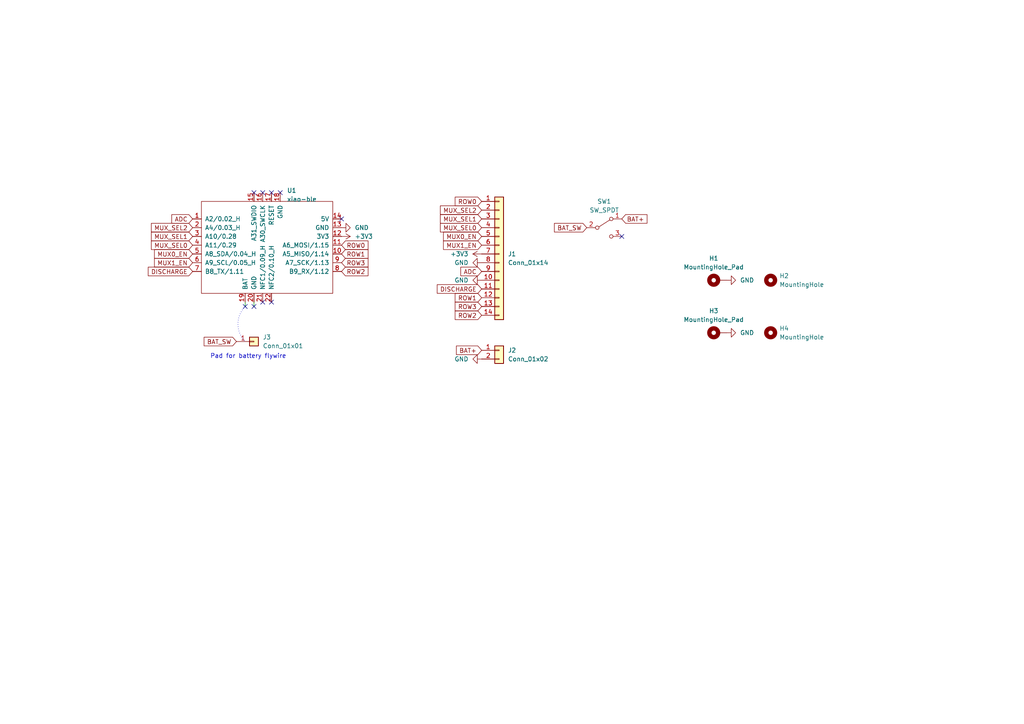
<source format=kicad_sch>
(kicad_sch (version 20230121) (generator eeschema)
  (paper "A4")
  (lib_symbols
    (symbol "Connector_Generic:Conn_01x01" (pin_names (offset 1.016) hide)
      (property "Reference" "J" (at 0 2.54 0))
      (property "Value" "Conn_01x01" (at 0 -2.54 0))
      (symbol "Conn_01x01_1_1"
        (rectangle (start -1.27 0.127) (end 0 -0.127) (stroke (width 0.1524)))
        (rectangle (start -1.27 1.27) (end 1.27 -1.27) (stroke (width 0.254)) (fill (type background)))
        (pin passive line (at -5.08 0 0) (length 3.81) (name "Pin_1") (number "1"))
      )
    )
    (symbol "Connector_Generic:Conn_01x02" (pin_names (offset 1.016) hide)
      (property "Reference" "J" (at 0 2.54 0))
      (property "Value" "Conn_01x02" (at 0 -5.08 0))
      (symbol "Conn_01x02_1_1"
        (rectangle (start -1.27 -2.413) (end 0 -2.667) (stroke (width 0.1524)))
        (rectangle (start -1.27 0.127) (end 0 -0.127) (stroke (width 0.1524)))
        (rectangle (start -1.27 1.27) (end 1.27 -3.81) (stroke (width 0.254)) (fill (type background)))
        (pin passive line (at -5.08 0 0) (length 3.81) (name "Pin_1") (number "1"))
        (pin passive line (at -5.08 -2.54 0) (length 3.81) (name "Pin_2") (number "2"))
      )
    )
    (symbol "Connector_Generic:Conn_01x14" (pin_names (offset 1.016) hide)
      (property "Reference" "J" (at 0 17.78 0))
      (property "Value" "Conn_01x14" (at 0 -20.32 0))
      (symbol "Conn_01x14_1_1"
        (rectangle (start -1.27 -17.653) (end 0 -17.907) (stroke (width 0.1524)))
        (rectangle (start -1.27 -15.113) (end 0 -15.367) (stroke (width 0.1524)))
        (rectangle (start -1.27 -12.573) (end 0 -12.827) (stroke (width 0.1524)))
        (rectangle (start -1.27 -10.033) (end 0 -10.287) (stroke (width 0.1524)))
        (rectangle (start -1.27 -7.493) (end 0 -7.747) (stroke (width 0.1524)))
        (rectangle (start -1.27 -4.953) (end 0 -5.207) (stroke (width 0.1524)))
        (rectangle (start -1.27 -2.413) (end 0 -2.667) (stroke (width 0.1524)))
        (rectangle (start -1.27 0.127) (end 0 -0.127) (stroke (width 0.1524)))
        (rectangle (start -1.27 2.667) (end 0 2.413) (stroke (width 0.1524)))
        (rectangle (start -1.27 5.207) (end 0 4.953) (stroke (width 0.1524)))
        (rectangle (start -1.27 7.747) (end 0 7.493) (stroke (width 0.1524)))
        (rectangle (start -1.27 10.287) (end 0 10.033) (stroke (width 0.1524)))
        (rectangle (start -1.27 12.827) (end 0 12.573) (stroke (width 0.1524)))
        (rectangle (start -1.27 15.367) (end 0 15.113) (stroke (width 0.1524)))
        (rectangle (start -1.27 16.51) (end 1.27 -19.05) (stroke (width 0.254)) (fill (type background)))
        (pin passive line (at -5.08 15.24 0) (length 3.81) (name "Pin_1") (number "1"))
        (pin passive line (at -5.08 -7.62 0) (length 3.81) (name "Pin_10") (number "10"))
        (pin passive line (at -5.08 -10.16 0) (length 3.81) (name "Pin_11") (number "11"))
        (pin passive line (at -5.08 -12.7 0) (length 3.81) (name "Pin_12") (number "12"))
        (pin passive line (at -5.08 -15.24 0) (length 3.81) (name "Pin_13") (number "13"))
        (pin passive line (at -5.08 -17.78 0) (length 3.81) (name "Pin_14") (number "14"))
        (pin passive line (at -5.08 12.7 0) (length 3.81) (name "Pin_2") (number "2"))
        (pin passive line (at -5.08 10.16 0) (length 3.81) (name "Pin_3") (number "3"))
        (pin passive line (at -5.08 7.62 0) (length 3.81) (name "Pin_4") (number "4"))
        (pin passive line (at -5.08 5.08 0) (length 3.81) (name "Pin_5") (number "5"))
        (pin passive line (at -5.08 2.54 0) (length 3.81) (name "Pin_6") (number "6"))
        (pin passive line (at -5.08 0 0) (length 3.81) (name "Pin_7") (number "7"))
        (pin passive line (at -5.08 -2.54 0) (length 3.81) (name "Pin_8") (number "8"))
        (pin passive line (at -5.08 -5.08 0) (length 3.81) (name "Pin_9") (number "9"))
      )
    )
    (symbol "Mechanical:MountingHole" (pin_names (offset 1.016))
      (property "Reference" "H" (at 0 5.08 0))
      (property "Value" "MountingHole" (at 0 3.175 0))
      (symbol "MountingHole_0_1"
        (circle (center 0 0) (radius 1.27) (stroke (width 1.27)))
      )
    )
    (symbol "Mechanical:MountingHole_Pad" (pin_numbers hide) (pin_names (offset 1.016) hide)
      (property "Reference" "H" (at 0 6.35 0))
      (property "Value" "MountingHole_Pad" (at 0 4.445 0))
      (symbol "MountingHole_Pad_0_1"
        (circle (center 0 1.27) (radius 1.27) (stroke (width 1.27)))
      )
      (symbol "MountingHole_Pad_1_1"
        (pin input line (at 0 -2.54 90) (length 2.54) (name "1") (number "1"))
      )
    )
    (symbol "Switch:SW_SPDT" (pin_names (offset 0) hide)
      (property "Reference" "SW" (at 0 4.318 0))
      (property "Value" "SW_SPDT" (at 0 -5.08 0))
      (symbol "SW_SPDT_0_0"
        (circle (center -2.032 0) (radius 0.508))
        (circle (center 2.032 -2.54) (radius 0.508))
      )
      (symbol "SW_SPDT_0_1"
        (polyline (pts (xy -1.524 0.254) (xy 1.651 2.286)))
        (circle (center 2.032 2.54) (radius 0.508))
      )
      (symbol "SW_SPDT_1_1"
        (pin passive line (at 5.08 2.54 180) (length 2.54) (name "A") (number "1"))
        (pin passive line (at -5.08 0 0) (length 2.54) (name "B") (number "2"))
        (pin passive line (at 5.08 -2.54 180) (length 2.54) (name "C") (number "3"))
      )
    )
    (symbol "mcu:xiao-ble" (pin_names (offset 1.016))
      (property "Reference" "U" (at -17.78 16.51 0))
      (property "Value" "xiao-ble" (at -15.24 13.97 0))
      (symbol "xiao-ble_0_1"
        (rectangle (start -19.05 12.7) (end 19.05 -13.97))
      )
      (symbol "xiao-ble_1_1"
        (pin bidirectional line (at -21.59 7.62 0) (length 2.54) (name "A2/0.02_H") (number "1"))
        (pin bidirectional line (at 21.59 -2.54 180) (length 2.54) (name "A5_MISO/1.14") (number "10"))
        (pin bidirectional line (at 21.59 0 180) (length 2.54) (name "A6_MOSI/1.15") (number "11"))
        (pin power_out line (at 21.59 2.54 180) (length 2.54) (name "3V3") (number "12"))
        (pin power_out line (at 21.59 5.08 180) (length 2.54) (name "GND") (number "13"))
        (pin power_out line (at 21.59 7.62 180) (length 2.54) (name "5V") (number "14"))
        (pin input line (at -3.81 15.24 270) (length 2.54) (name "A31_SWDIO") (number "15"))
        (pin input line (at -1.27 15.24 270) (length 2.54) (name "A30_SWCLK") (number "16"))
        (pin input line (at 1.27 15.24 270) (length 2.54) (name "RESET") (number "17"))
        (pin power_out line (at 3.81 15.24 270) (length 2.54) (name "GND") (number "18"))
        (pin bidirectional line (at -6.35 -16.51 90) (length 2.54) (name "BAT") (number "19"))
        (pin bidirectional line (at -21.59 5.08 0) (length 2.54) (name "A4/0.03_H") (number "2"))
        (pin power_out line (at -3.81 -16.51 90) (length 2.54) (name "GND") (number "20"))
        (pin bidirectional line (at -1.27 -16.51 90) (length 2.54) (name "NFC1/0.09_H") (number "21"))
        (pin bidirectional line (at 1.27 -16.51 90) (length 2.54) (name "NFC2/0.10_H") (number "22"))
        (pin bidirectional line (at -21.59 2.54 0) (length 2.54) (name "A10/0.28") (number "3"))
        (pin bidirectional line (at -21.59 0 0) (length 2.54) (name "A11/0.29") (number "4"))
        (pin bidirectional line (at -21.59 -2.54 0) (length 2.54) (name "A8_SDA/0.04_H") (number "5"))
        (pin bidirectional line (at -21.59 -5.08 0) (length 2.54) (name "A9_SCL/0.05_H") (number "6"))
        (pin bidirectional line (at -21.59 -7.62 0) (length 2.54) (name "B8_TX/1.11") (number "7"))
        (pin bidirectional line (at 21.59 -7.62 180) (length 2.54) (name "B9_RX/1.12") (number "8"))
        (pin bidirectional line (at 21.59 -5.08 180) (length 2.54) (name "A7_SCK/1.13") (number "9"))
      )
    )
    (symbol "power:+3V3" (power) (pin_names (offset 0))
      (property "Value" "+3V3" (at 0 3.556 0))
      (symbol "+3V3_0_1"
        (polyline (pts (xy -0.762 1.27) (xy 0 2.54)))
        (polyline (pts (xy 0 0) (xy 0 2.54)))
        (polyline (pts (xy 0 2.54) (xy 0.762 1.27)))
      )
      (symbol "+3V3_1_1"
        (pin power_in line (at 0 0 90) (length 0) hide (name "+3V3") (number "1"))
      )
    )
    (symbol "power:GND" (power) (pin_names (offset 0))
      (property "Value" "GND" (at 0 -3.81 0))
      (symbol "GND_0_1"
        (polyline (pts (xy 0 0) (xy 0 -1.27) (xy 1.27 -1.27) (xy 0 -2.54) (xy -1.27 -1.27) (xy 0 -1.27)))
      )
      (symbol "GND_1_1"
        (pin power_in line (at 0 0 270) (length 0) hide (name "GND") (number "1"))
      )
    )
  )
  (no_connect (at 81.28 55.88))
  (no_connect (at 73.66 88.9))
  (no_connect (at 78.74 87.63))
  (no_connect (at 78.74 55.88))
  (no_connect (at 99.06 63.5))
  (no_connect (at 76.2 55.88))
  (no_connect (at 71.12 88.9))
  (no_connect (at 76.2 87.63))
  (no_connect (at 180.34 68.58))
  (no_connect (at 73.66 55.88))
  (wire (pts (xy 71.12 88.9) (xy 71.12 87.63)))
  (wire (pts (xy 73.66 87.63) (xy 73.66 88.9)))
  (arc (start 71.12 99.06) (mid 69.0171 93.98) (end 71.12 88.9) (stroke (width 0) (type dot)))
  (text "Pad for battery flywire" (at 60.96 104.14 0) (effects (font (size 1.27 1.27)) (justify left bottom)))
  (global_label "ROW1" (shape input) (at 99.06 73.66 0) (property "Intersheetrefs" "${INTERSHEET_REFS}" (effects hide)))
  (global_label "MUX1_EN" (shape input) (at 139.7 71.12 180) (property "Intersheetrefs" "${INTERSHEET_REFS}" (effects hide)))
  (global_label "MUX_SEL2" (shape input) (at 55.88 66.04 180) (property "Intersheetrefs" "${INTERSHEET_REFS}" (effects hide)))
  (global_label "ROW2" (shape input) (at 139.7 91.44 180) (property "Intersheetrefs" "${INTERSHEET_REFS}" (effects hide)))
  (global_label "BAT+" (shape input) (at 180.34 63.5 0) (property "Intersheetrefs" "${INTERSHEET_REFS}" (effects hide)))
  (global_label "ROW1" (shape input) (at 139.7 86.36 180) (property "Intersheetrefs" "${INTERSHEET_REFS}" (effects hide)))
  (global_label "ROW0" (shape input) (at 139.7 58.42 180) (property "Intersheetrefs" "${INTERSHEET_REFS}" (effects hide)))
  (global_label "BAT_SW" (shape input) (at 68.58 99.06 180) (property "Intersheetrefs" "${INTERSHEET_REFS}" (effects hide)))
  (global_label "ROW2" (shape input) (at 99.06 78.74 0) (property "Intersheetrefs" "${INTERSHEET_REFS}" (effects hide)))
  (global_label "BAT_SW" (shape input) (at 170.18 66.04 180) (property "Intersheetrefs" "${INTERSHEET_REFS}" (effects hide)))
  (global_label "ADC" (shape input) (at 55.88 63.5 180) (property "Intersheetrefs" "${INTERSHEET_REFS}" (effects hide)))
  (global_label "ROW3" (shape input) (at 99.06 76.2 0) (property "Intersheetrefs" "${INTERSHEET_REFS}" (effects hide)))
  (global_label "DISCHARGE" (shape input) (at 55.88 78.74 180) (property "Intersheetrefs" "${INTERSHEET_REFS}" (effects hide)))
  (global_label "MUX_SEL0" (shape input) (at 139.7 66.04 180) (property "Intersheetrefs" "${INTERSHEET_REFS}" (effects hide)))
  (global_label "MUX_SEL2" (shape input) (at 139.7 60.96 180) (property "Intersheetrefs" "${INTERSHEET_REFS}" (effects hide)))
  (global_label "ADC" (shape input) (at 139.7 78.74 180) (property "Intersheetrefs" "${INTERSHEET_REFS}" (effects hide)))
  (global_label "MUX1_EN" (shape input) (at 55.88 76.2 180) (property "Intersheetrefs" "${INTERSHEET_REFS}" (effects hide)))
  (global_label "DISCHARGE" (shape input) (at 139.7 83.82 180) (property "Intersheetrefs" "${INTERSHEET_REFS}" (effects hide)))
  (global_label "MUX_SEL0" (shape input) (at 55.88 71.12 180) (property "Intersheetrefs" "${INTERSHEET_REFS}" (effects hide)))
  (global_label "MUX0_EN" (shape input) (at 139.7 68.58 180) (property "Intersheetrefs" "${INTERSHEET_REFS}" (effects hide)))
  (global_label "ROW0" (shape input) (at 99.06 71.12 0) (property "Intersheetrefs" "${INTERSHEET_REFS}" (effects hide)))
  (global_label "ROW3" (shape input) (at 139.7 88.9 180) (property "Intersheetrefs" "${INTERSHEET_REFS}" (effects hide)))
  (global_label "MUX_SEL1" (shape input) (at 55.88 68.58 180) (property "Intersheetrefs" "${INTERSHEET_REFS}" (effects hide)))
  (global_label "BAT+" (shape input) (at 139.7 101.6 180) (property "Intersheetrefs" "${INTERSHEET_REFS}" (effects hide)))
  (global_label "MUX_SEL1" (shape input) (at 139.7 63.5 180) (property "Intersheetrefs" "${INTERSHEET_REFS}" (effects hide)))
  (global_label "MUX0_EN" (shape input) (at 55.88 73.66 180) (property "Intersheetrefs" "${INTERSHEET_REFS}" (effects hide)))
  (symbol (lib_id "Mechanical:MountingHole_Pad") (at 208.28 96.52 90) (unit 1)
    (property "Reference" "H3" (at 207.01 90.17 90))
    (property "Value" "MountingHole_Pad" (at 207.01 92.71 90))
    (property "Footprint" "MountingHole:MountingHole_2.2mm_M2_Pad" (effects hide))
  )
  (symbol (lib_id "power:+3V3") (at 139.7 73.66 90) (unit 1)
    (property "Reference" "#PWR01" (effects hide))
    (property "Value" "+3V3" (at 135.89 73.66 90) (effects (justify left)))
  )
  (symbol (lib_id "Mechanical:MountingHole_Pad") (at 208.28 81.28 90) (unit 1)
    (property "Reference" "H1" (at 207.01 74.93 90))
    (property "Value" "MountingHole_Pad" (at 207.01 77.47 90))
    (property "Footprint" "MountingHole:MountingHole_2.2mm_M2_Pad" (effects hide))
  )
  (symbol (lib_id "power:GND") (at 139.7 76.2 270) (unit 1)
    (property "Reference" "#PWR02" (effects hide))
    (property "Value" "GND" (at 135.89 76.2 90) (effects (justify right)))
  )
  (symbol (lib_id "Mechanical:MountingHole") (at 223.52 81.28 0) (unit 1)
    (property "Reference" "H2" (at 226.06 80.01 0) (effects (justify left)))
    (property "Value" "MountingHole" (at 226.06 82.55 0) (effects (justify left)))
    (property "Footprint" "MountingHole:MountingHole_2.2mm_M2_DIN965" (effects hide))
  )
  (symbol (lib_id "power:+3V3") (at 99.06 68.58 270) (unit 1)
    (property "Reference" "#PWR04" (effects hide))
    (property "Value" "+3V3" (at 102.87 68.58 90) (effects (justify left)))
  )
  (symbol (lib_id "power:GND") (at 210.82 81.28 90) (unit 1)
    (property "Reference" "#PWR08" (effects hide))
    (property "Value" "GND" (at 214.63 81.28 90) (effects (justify right)))
  )
  (symbol (lib_id "mcu:xiao-ble") (at 77.47 71.12 0) (unit 1)
    (property "Reference" "U1" (at 83.2359 55.245 0) (effects (justify left)))
    (property "Value" "xiao-ble" (at 83.2359 57.785 0) (effects (justify left)))
    (property "Footprint" "mcu:xiao-ble-smd-reverse" (effects hide))
  )
  (symbol (lib_id "Connector_Generic:Conn_01x01") (at 73.66 99.06 0) (unit 1)
    (property "Reference" "J3" (at 76.2 97.79 0) (effects (justify left)))
    (property "Value" "Conn_01x01" (at 76.2 100.33 0) (effects (justify left)))
    (property "Footprint" "Connector_PinHeader_2.54mm:PinHeader_1x01_P2.54mm_Vertical" (effects hide))
  )
  (symbol (lib_id "power:GND") (at 99.06 66.04 90) (unit 1)
    (property "Reference" "#PWR05" (effects hide))
    (property "Value" "GND" (at 102.87 66.04 90) (effects (justify right)))
  )
  (symbol (lib_id "Mechanical:MountingHole") (at 223.52 96.52 0) (unit 1)
    (property "Reference" "H4" (at 226.06 95.25 0) (effects (justify left)))
    (property "Value" "MountingHole" (at 226.06 97.79 0) (effects (justify left)))
    (property "Footprint" "MountingHole:MountingHole_2.2mm_M2_DIN965" (effects hide))
  )
  (symbol (lib_id "power:GND") (at 210.82 96.52 90) (unit 1)
    (property "Reference" "#PWR09" (effects hide))
    (property "Value" "GND" (at 214.63 96.52 90) (effects (justify right)))
  )
  (symbol (lib_id "power:GND") (at 139.7 81.28 270) (unit 1)
    (property "Reference" "#PWR03" (effects hide))
    (property "Value" "GND" (at 135.89 81.28 90) (effects (justify right)))
  )
  (symbol (lib_id "Connector_Generic:Conn_01x14") (at 144.78 73.66 0) (unit 1)
    (property "Reference" "J1" (at 147.32 73.66 0) (effects (justify left)))
    (property "Value" "Conn_01x14" (at 147.32 76.2 0) (effects (justify left)))
    (property "Footprint" "Connector_FFC-FPC:Hirose_FH12-14S-0.5SH_1x14-1MP_P0.50mm_Horizontal" (effects hide))
  )
  (symbol (lib_id "power:GND") (at 139.7 104.14 270) (unit 1)
    (property "Reference" "#PWR06" (effects hide))
    (property "Value" "GND" (at 135.89 104.14 90) (effects (justify right)))
  )
  (symbol (lib_id "Connector_Generic:Conn_01x02") (at 144.78 101.6 0) (unit 1)
    (property "Reference" "J2" (at 147.32 101.6 0) (effects (justify left)))
    (property "Value" "Conn_01x02" (at 147.32 104.14 0) (effects (justify left)))
    (property "Footprint" "Connector_JST:JST_PH_S2B-PH-K_1x02_P2.00mm_Horizontal" (effects hide))
  )
  (symbol (lib_id "Switch:SW_SPDT") (at 175.26 66.04 0) (unit 1)
    (property "Reference" "SW1" (at 175.26 58.42 0))
    (property "Value" "SW_SPDT" (at 175.26 60.96 0))
    (property "Footprint" "switch:switch-MSK-12C02-smd" (effects hide))
  )
)
</source>
